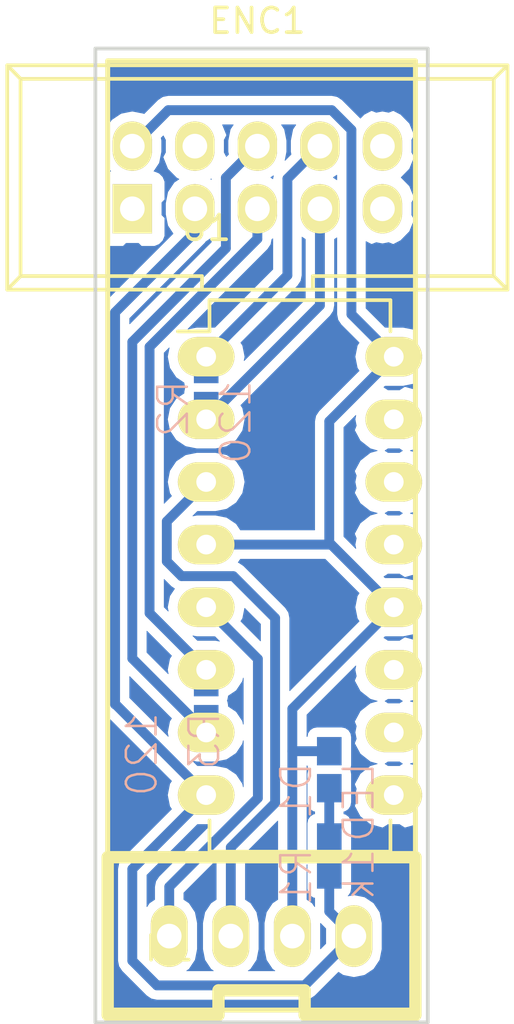
<source format=kicad_pcb>
(kicad_pcb (version 4) (host pcbnew 4.0.6)

  (general
    (links 19)
    (no_connects 0)
    (area -0.575001 -0.575001 13.075001 39.075001)
    (thickness 1.6)
    (drawings 8)
    (tracks 56)
    (zones 0)
    (modules 7)
    (nets 10)
  )

  (page A4)
  (layers
    (0 F.Cu signal)
    (31 B.Cu signal)
    (32 B.Adhes user)
    (33 F.Adhes user)
    (34 B.Paste user)
    (35 F.Paste user)
    (36 B.SilkS user)
    (37 F.SilkS user)
    (38 B.Mask user)
    (39 F.Mask user)
    (40 Dwgs.User user)
    (41 Cmts.User user)
    (42 Eco1.User user)
    (43 Eco2.User user)
    (44 Edge.Cuts user)
    (45 Margin user)
    (46 B.CrtYd user)
    (47 F.CrtYd user)
    (48 B.Fab user)
    (49 F.Fab user)
  )

  (setup
    (last_trace_width 0.4)
    (user_trace_width 0.5)
    (user_trace_width 1)
    (trace_clearance 0.2)
    (zone_clearance 0.38)
    (zone_45_only no)
    (trace_min 0.2)
    (segment_width 0.2)
    (edge_width 0.15)
    (via_size 0.6)
    (via_drill 0.4)
    (via_min_size 0.4)
    (via_min_drill 0.3)
    (user_via 1.2 0.8)
    (user_via 4 3)
    (uvia_size 0.3)
    (uvia_drill 0.1)
    (uvias_allowed no)
    (uvia_min_size 0.2)
    (uvia_min_drill 0.1)
    (pcb_text_width 0.3)
    (pcb_text_size 1.5 1.5)
    (mod_edge_width 0.15)
    (mod_text_size 1 1)
    (mod_text_width 0.15)
    (pad_size 2.3 1.6)
    (pad_drill 0.8)
    (pad_to_mask_clearance 0.2)
    (aux_axis_origin 0 0)
    (visible_elements 7FFFFFFF)
    (pcbplotparams
      (layerselection 0x01000_80000000)
      (usegerberextensions false)
      (excludeedgelayer true)
      (linewidth 0.100000)
      (plotframeref false)
      (viasonmask false)
      (mode 1)
      (useauxorigin false)
      (hpglpennumber 1)
      (hpglpenspeed 20)
      (hpglpendiameter 15)
      (hpglpenoverlay 2)
      (psnegative false)
      (psa4output false)
      (plotreference true)
      (plotvalue true)
      (plotinvisibletext false)
      (padsonsilk false)
      (subtractmaskfromsilk false)
      (outputformat 1)
      (mirror false)
      (drillshape 0)
      (scaleselection 1)
      (outputdirectory ""))
  )

  (net 0 "")
  (net 1 +5V)
  (net 2 "Net-(D1-Pad2)")
  (net 3 GND)
  (net 4 /IN1_AB)
  (net 5 /IN1_AA)
  (net 6 /IN1_BB)
  (net 7 /IN1_BA)
  (net 8 /OUT1_B)
  (net 9 /OUT1_A)

  (net_class Default "これは標準のネット クラスです。"
    (clearance 0.2)
    (trace_width 0.4)
    (via_dia 0.6)
    (via_drill 0.4)
    (uvia_dia 0.3)
    (uvia_drill 0.1)
    (add_net +5V)
    (add_net /IN1_AA)
    (add_net /IN1_AB)
    (add_net /IN1_BA)
    (add_net /IN1_BB)
    (add_net /OUT1_A)
    (add_net /OUT1_B)
    (add_net GND)
    (add_net "Net-(D1-Pad2)")
  )

  (module RP_KiCAD_Connector:XA_4T (layer F.Cu) (tedit 5763BB94) (tstamp 583E7C98)
    (at 2.5 35.5)
    (path /583E8D66)
    (fp_text reference P1 (at 0 0.5) (layer F.SilkS)
      (effects (font (size 1 1) (thickness 0.15)))
    )
    (fp_text value CONN_01X04 (at 0 -0.5) (layer F.Fab)
      (effects (font (size 1 1) (thickness 0.15)))
    )
    (fp_line (start -2.5 3.2) (end 2 3.2) (layer F.SilkS) (width 0.5))
    (fp_line (start 2 3.2) (end 2 2.2) (layer F.SilkS) (width 0.5))
    (fp_line (start 2 2.2) (end 5.5 2.2) (layer F.SilkS) (width 0.5))
    (fp_line (start 5.5 2.2) (end 5.5 3.2) (layer F.SilkS) (width 0.5))
    (fp_line (start 5.5 3.2) (end 10 3.2) (layer F.SilkS) (width 0.5))
    (fp_line (start 10 -3.2) (end -2.5 -3.2) (layer F.SilkS) (width 0.5))
    (fp_line (start 10 3.2) (end 10 -3.2) (layer F.SilkS) (width 0.5))
    (fp_line (start -2.5 -3.2) (end -2.5 3.2) (layer F.SilkS) (width 0.5))
    (pad 4 thru_hole oval (at 0 0) (size 1.5 2.5) (drill 1) (layers *.Cu *.Mask F.SilkS)
      (net 8 /OUT1_B))
    (pad 3 thru_hole oval (at 2.5 0) (size 1.5 2.5) (drill 1) (layers *.Cu *.Mask F.SilkS)
      (net 9 /OUT1_A))
    (pad 2 thru_hole oval (at 5 0) (size 1.5 2.5) (drill 1) (layers *.Cu *.Mask F.SilkS)
      (net 1 +5V))
    (pad 1 thru_hole oval (at 7.5 0) (size 1.5 2.5) (drill 1) (layers *.Cu *.Mask F.SilkS)
      (net 3 GND))
    (model conn_XA/XA_4T.wrl
      (at (xyz 0.15 0 0))
      (scale (xyz 3.95 3.95 3.95))
      (rotate (xyz -90 0 0))
    )
  )

  (module Housings_DIP:DIP-16_W7.62mm_LongPads (layer F.Cu) (tedit 54130A77) (tstamp 583E7CBA)
    (at 4 12)
    (descr "16-lead dip package, row spacing 7.62 mm (300 mils), longer pads")
    (tags "dil dip 2.54 300")
    (path /583E7ABF)
    (fp_text reference U1 (at 0 -5.22) (layer F.SilkS)
      (effects (font (size 1 1) (thickness 0.15)))
    )
    (fp_text value SN75175 (at 0 -3.72) (layer F.Fab)
      (effects (font (size 1 1) (thickness 0.15)))
    )
    (fp_line (start -1.4 -2.45) (end -1.4 20.25) (layer F.CrtYd) (width 0.05))
    (fp_line (start 9 -2.45) (end 9 20.25) (layer F.CrtYd) (width 0.05))
    (fp_line (start -1.4 -2.45) (end 9 -2.45) (layer F.CrtYd) (width 0.05))
    (fp_line (start -1.4 20.25) (end 9 20.25) (layer F.CrtYd) (width 0.05))
    (fp_line (start 0.135 -2.295) (end 0.135 -1.025) (layer F.SilkS) (width 0.15))
    (fp_line (start 7.485 -2.295) (end 7.485 -1.025) (layer F.SilkS) (width 0.15))
    (fp_line (start 7.485 20.075) (end 7.485 18.805) (layer F.SilkS) (width 0.15))
    (fp_line (start 0.135 20.075) (end 0.135 18.805) (layer F.SilkS) (width 0.15))
    (fp_line (start 0.135 -2.295) (end 7.485 -2.295) (layer F.SilkS) (width 0.15))
    (fp_line (start 0.135 20.075) (end 7.485 20.075) (layer F.SilkS) (width 0.15))
    (fp_line (start 0.135 -1.025) (end -1.15 -1.025) (layer F.SilkS) (width 0.15))
    (pad 1 thru_hole oval (at 0 0) (size 2.3 1.6) (drill 0.8) (layers *.Cu *.Mask F.SilkS)
      (net 4 /IN1_AB))
    (pad 2 thru_hole oval (at 0 2.54) (size 2.3 1.6) (drill 0.8) (layers *.Cu *.Mask F.SilkS)
      (net 5 /IN1_AA))
    (pad 3 thru_hole oval (at 0 5.08) (size 2.3 1.6) (drill 0.8) (layers *.Cu *.Mask F.SilkS)
      (net 9 /OUT1_A))
    (pad 4 thru_hole oval (at 0 7.62) (size 2.3 1.6) (drill 0.8) (layers *.Cu *.Mask F.SilkS)
      (net 1 +5V))
    (pad 5 thru_hole oval (at 0 10.16) (size 2.3 1.6) (drill 0.8) (layers *.Cu *.Mask F.SilkS)
      (net 8 /OUT1_B))
    (pad 6 thru_hole oval (at 0 12.7) (size 2.3 1.6) (drill 0.8) (layers *.Cu *.Mask F.SilkS)
      (net 7 /IN1_BA))
    (pad 7 thru_hole oval (at 0 15.24) (size 2.3 1.6) (drill 0.8) (layers *.Cu *.Mask F.SilkS)
      (net 6 /IN1_BB))
    (pad 8 thru_hole oval (at 0 17.78) (size 2.3 1.6) (drill 0.8) (layers *.Cu *.Mask F.SilkS)
      (net 3 GND))
    (pad 9 thru_hole oval (at 7.62 17.78) (size 2.3 1.6) (drill 0.8) (layers *.Cu *.Mask F.SilkS))
    (pad 10 thru_hole oval (at 7.62 15.24) (size 2.3 1.6) (drill 0.8) (layers *.Cu *.Mask F.SilkS))
    (pad 11 thru_hole oval (at 7.62 12.7) (size 2.3 1.6) (drill 0.8) (layers *.Cu *.Mask F.SilkS))
    (pad 12 thru_hole oval (at 7.62 10.16) (size 2.3 1.6) (drill 0.8) (layers *.Cu *.Mask F.SilkS)
      (net 1 +5V))
    (pad 13 thru_hole oval (at 7.62 7.62) (size 2.3 1.6) (drill 0.8) (layers *.Cu *.Mask F.SilkS))
    (pad 14 thru_hole oval (at 7.62 5.08) (size 2.3 1.6) (drill 0.8) (layers *.Cu *.Mask F.SilkS))
    (pad 15 thru_hole oval (at 7.62 2.54) (size 2.3 1.6) (drill 0.8) (layers *.Cu *.Mask F.SilkS))
    (pad 16 thru_hole oval (at 7.62 0) (size 2.3 1.6) (drill 0.8) (layers *.Cu *.Mask F.SilkS)
      (net 1 +5V))
    (model Housings_DIP.3dshapes/DIP-16_W7.62mm_LongPads.wrl
      (at (xyz 0 0 0))
      (scale (xyz 1 1 1))
      (rotate (xyz 0 0 0))
    )
  )

  (module RP_KiCAD_Connector:DEF_ENCODER (layer F.Cu) (tedit 58466FEB) (tstamp 583E7E8A)
    (at 1 6)
    (descr DEF_ENCODER)
    (tags DEF_ENCODER)
    (path /583E8396)
    (fp_text reference ENC1 (at 5.08 -7.62) (layer F.SilkS)
      (effects (font (size 1 1) (thickness 0.15)))
    )
    (fp_text value RS422_ENCODER (at 5.08 5.223) (layer F.Fab)
      (effects (font (size 1 1) (thickness 0.15)))
    )
    (fp_line (start -5.08 -5.82) (end 15.24 -5.82) (layer F.SilkS) (width 0.15))
    (fp_line (start -4.54 -5.27) (end 14.68 -5.27) (layer F.SilkS) (width 0.15))
    (fp_line (start -5.08 3.28) (end 15.24 3.28) (layer F.SilkS) (width 0.15))
    (fp_line (start -4.54 2.73) (end 2.83 2.73) (layer F.SilkS) (width 0.15))
    (fp_line (start 7.33 2.73) (end 14.68 2.73) (layer F.SilkS) (width 0.15))
    (fp_line (start 2.83 2.73) (end 2.83 3.28) (layer F.SilkS) (width 0.15))
    (fp_line (start 7.33 2.73) (end 7.33 3.28) (layer F.SilkS) (width 0.15))
    (fp_line (start -5.08 -5.82) (end -5.08 3.28) (layer F.SilkS) (width 0.15))
    (fp_line (start -4.54 -5.27) (end -4.54 2.73) (layer F.SilkS) (width 0.15))
    (fp_line (start 15.24 -5.82) (end 15.24 3.28) (layer F.SilkS) (width 0.15))
    (fp_line (start 14.68 -5.27) (end 14.68 2.73) (layer F.SilkS) (width 0.15))
    (fp_line (start -5.08 -5.82) (end -4.54 -5.27) (layer F.SilkS) (width 0.15))
    (fp_line (start 15.24 -5.82) (end 14.68 -5.27) (layer F.SilkS) (width 0.15))
    (fp_line (start -5.08 3.28) (end -4.54 2.73) (layer F.SilkS) (width 0.15))
    (fp_line (start 15.24 3.28) (end 14.68 2.73) (layer F.SilkS) (width 0.15))
    (fp_line (start -5.35 -6.05) (end 15.5 -6.05) (layer F.CrtYd) (width 0.05))
    (fp_line (start 15.5 -6.05) (end 15.5 3.55) (layer F.CrtYd) (width 0.05))
    (fp_line (start 15.5 3.55) (end -5.35 3.55) (layer F.CrtYd) (width 0.05))
    (fp_line (start -5.35 3.55) (end -5.35 -6.05) (layer F.CrtYd) (width 0.05))
    (pad 1 thru_hole rect (at 0 0) (size 1.6 2) (drill 1) (layers *.Cu *.Mask F.SilkS))
    (pad 2 thru_hole oval (at 0 -2.54) (size 1.6 2) (drill 1) (layers *.Cu *.Mask F.SilkS)
      (net 1 +5V))
    (pad 3 thru_hole oval (at 2.54 0) (size 1.6 2) (drill 1) (layers *.Cu *.Mask F.SilkS)
      (net 3 GND))
    (pad 4 thru_hole oval (at 2.54 -2.54) (size 1.6 2) (drill 1) (layers *.Cu *.Mask F.SilkS))
    (pad 5 thru_hole oval (at 5.08 0) (size 1.6 2) (drill 1) (layers *.Cu *.Mask F.SilkS)
      (net 7 /IN1_BA))
    (pad 6 thru_hole oval (at 5.08 -2.54) (size 1.6 2) (drill 1) (layers *.Cu *.Mask F.SilkS)
      (net 6 /IN1_BB))
    (pad 7 thru_hole oval (at 7.62 0) (size 1.6 2) (drill 1) (layers *.Cu *.Mask F.SilkS)
      (net 5 /IN1_AA))
    (pad 8 thru_hole oval (at 7.62 -2.54) (size 1.6 2) (drill 1) (layers *.Cu *.Mask F.SilkS)
      (net 4 /IN1_AB))
    (pad 9 thru_hole oval (at 10.16 0) (size 1.6 2) (drill 1) (layers *.Cu *.Mask F.SilkS))
    (pad 10 thru_hole oval (at 10.16 -2.54) (size 1.6 2) (drill 1) (layers *.Cu *.Mask F.SilkS))
  )

  (module RP_KiCAD_Libs:C1608_NP (layer B.Cu) (tedit 58C9EFDC) (tstamp 58E199F0)
    (at 9 29 270)
    (descr <b>CAPACITOR</b>)
    (path /583E8E79)
    (fp_text reference D1 (at -0.635 0.635 270) (layer B.SilkS)
      (effects (font (size 1.2065 1.2065) (thickness 0.1016)) (justify left bottom mirror))
    )
    (fp_text value LED (at -0.635 -1.905 270) (layer B.SilkS)
      (effects (font (size 1.2065 1.2065) (thickness 0.1016)) (justify left bottom mirror))
    )
    (fp_line (start -0.356 0.432) (end 0.356 0.432) (layer Dwgs.User) (width 0.1016))
    (fp_line (start -0.356 -0.419) (end 0.356 -0.419) (layer Dwgs.User) (width 0.1016))
    (fp_poly (pts (xy -0.8382 -0.4699) (xy -0.3381 -0.4699) (xy -0.3381 0.4801) (xy -0.8382 0.4801)) (layer Dwgs.User) (width 0))
    (fp_poly (pts (xy 0.3302 -0.4699) (xy 0.8303 -0.4699) (xy 0.8303 0.4801) (xy 0.3302 0.4801)) (layer Dwgs.User) (width 0))
    (fp_poly (pts (xy -0.1999 -0.3) (xy 0.1999 -0.3) (xy 0.1999 0.3) (xy -0.1999 0.3)) (layer B.Adhes) (width 0))
    (pad 1 smd rect (at -1 0 270) (size 1.15 1) (layers B.Cu B.Paste B.Mask)
      (net 1 +5V))
    (pad 2 smd rect (at 0.5 0 270) (size 1.15 1) (layers B.Cu B.Paste B.Mask)
      (net 2 "Net-(D1-Pad2)"))
    (model Resistors_SMD.3dshapes/R_0603.wrl
      (at (xyz 0 0 0))
      (scale (xyz 1 1 1))
      (rotate (xyz 0 0 0))
    )
  )

  (module RP_KiCAD_Libs:C1608_NP (layer B.Cu) (tedit 58C9EFDC) (tstamp 58E199F5)
    (at 9 32.5 270)
    (descr <b>CAPACITOR</b>)
    (path /583E8E9A)
    (fp_text reference R1 (at -0.635 0.635 270) (layer B.SilkS)
      (effects (font (size 1.2065 1.2065) (thickness 0.1016)) (justify left bottom mirror))
    )
    (fp_text value 1k (at -0.635 -1.905 270) (layer B.SilkS)
      (effects (font (size 1.2065 1.2065) (thickness 0.1016)) (justify left bottom mirror))
    )
    (fp_line (start -0.356 0.432) (end 0.356 0.432) (layer Dwgs.User) (width 0.1016))
    (fp_line (start -0.356 -0.419) (end 0.356 -0.419) (layer Dwgs.User) (width 0.1016))
    (fp_poly (pts (xy -0.8382 -0.4699) (xy -0.3381 -0.4699) (xy -0.3381 0.4801) (xy -0.8382 0.4801)) (layer Dwgs.User) (width 0))
    (fp_poly (pts (xy 0.3302 -0.4699) (xy 0.8303 -0.4699) (xy 0.8303 0.4801) (xy 0.3302 0.4801)) (layer Dwgs.User) (width 0))
    (fp_poly (pts (xy -0.1999 -0.3) (xy 0.1999 -0.3) (xy 0.1999 0.3) (xy -0.1999 0.3)) (layer B.Adhes) (width 0))
    (pad 1 smd rect (at -1 0 270) (size 1.15 1) (layers B.Cu B.Paste B.Mask)
      (net 2 "Net-(D1-Pad2)"))
    (pad 2 smd rect (at 0.5 0 270) (size 1.15 1) (layers B.Cu B.Paste B.Mask)
      (net 3 GND))
    (model Resistors_SMD.3dshapes/R_0603.wrl
      (at (xyz 0 0 0))
      (scale (xyz 1 1 1))
      (rotate (xyz 0 0 0))
    )
  )

  (module RP_KiCAD_Libs:C1608_NP (layer B.Cu) (tedit 58C9EFDC) (tstamp 58E199FA)
    (at 4 13.5 270)
    (descr <b>CAPACITOR</b>)
    (path /583F8365)
    (fp_text reference R2 (at -0.635 0.635 270) (layer B.SilkS)
      (effects (font (size 1.2065 1.2065) (thickness 0.1016)) (justify left bottom mirror))
    )
    (fp_text value 120 (at -0.635 -1.905 270) (layer B.SilkS)
      (effects (font (size 1.2065 1.2065) (thickness 0.1016)) (justify left bottom mirror))
    )
    (fp_line (start -0.356 0.432) (end 0.356 0.432) (layer Dwgs.User) (width 0.1016))
    (fp_line (start -0.356 -0.419) (end 0.356 -0.419) (layer Dwgs.User) (width 0.1016))
    (fp_poly (pts (xy -0.8382 -0.4699) (xy -0.3381 -0.4699) (xy -0.3381 0.4801) (xy -0.8382 0.4801)) (layer Dwgs.User) (width 0))
    (fp_poly (pts (xy 0.3302 -0.4699) (xy 0.8303 -0.4699) (xy 0.8303 0.4801) (xy 0.3302 0.4801)) (layer Dwgs.User) (width 0))
    (fp_poly (pts (xy -0.1999 -0.3) (xy 0.1999 -0.3) (xy 0.1999 0.3) (xy -0.1999 0.3)) (layer B.Adhes) (width 0))
    (pad 1 smd rect (at -1 0 270) (size 1.15 1) (layers B.Cu B.Paste B.Mask)
      (net 4 /IN1_AB))
    (pad 2 smd rect (at 0.5 0 270) (size 1.15 1) (layers B.Cu B.Paste B.Mask)
      (net 5 /IN1_AA))
    (model Resistors_SMD.3dshapes/R_0603.wrl
      (at (xyz 0 0 0))
      (scale (xyz 1 1 1))
      (rotate (xyz 0 0 0))
    )
  )

  (module RP_KiCAD_Libs:C1608_NP (layer B.Cu) (tedit 58C9EFDC) (tstamp 58E199FF)
    (at 4 25.7 90)
    (descr <b>CAPACITOR</b>)
    (path /583F83AD)
    (fp_text reference R3 (at -0.635 0.635 90) (layer B.SilkS)
      (effects (font (size 1.2065 1.2065) (thickness 0.1016)) (justify left bottom mirror))
    )
    (fp_text value 120 (at -0.635 -1.905 90) (layer B.SilkS)
      (effects (font (size 1.2065 1.2065) (thickness 0.1016)) (justify left bottom mirror))
    )
    (fp_line (start -0.356 0.432) (end 0.356 0.432) (layer Dwgs.User) (width 0.1016))
    (fp_line (start -0.356 -0.419) (end 0.356 -0.419) (layer Dwgs.User) (width 0.1016))
    (fp_poly (pts (xy -0.8382 -0.4699) (xy -0.3381 -0.4699) (xy -0.3381 0.4801) (xy -0.8382 0.4801)) (layer Dwgs.User) (width 0))
    (fp_poly (pts (xy 0.3302 -0.4699) (xy 0.8303 -0.4699) (xy 0.8303 0.4801) (xy 0.3302 0.4801)) (layer Dwgs.User) (width 0))
    (fp_poly (pts (xy -0.1999 -0.3) (xy 0.1999 -0.3) (xy 0.1999 0.3) (xy -0.1999 0.3)) (layer B.Adhes) (width 0))
    (pad 1 smd rect (at -1 0 90) (size 1.15 1) (layers B.Cu B.Paste B.Mask)
      (net 6 /IN1_BB))
    (pad 2 smd rect (at 0.5 0 90) (size 1.15 1) (layers B.Cu B.Paste B.Mask)
      (net 7 /IN1_BA))
    (model Resistors_SMD.3dshapes/R_0603.wrl
      (at (xyz 0 0 0))
      (scale (xyz 1 1 1))
      (rotate (xyz 0 0 0))
    )
  )

  (gr_line (start -0.5 -0.5) (end -0.5 39) (angle 90) (layer Edge.Cuts) (width 0.15))
  (gr_line (start 13 39) (end 13 -0.5) (angle 90) (layer Edge.Cuts) (width 0.15))
  (gr_line (start -0.5 39) (end 13 39) (angle 90) (layer Edge.Cuts) (width 0.15))
  (gr_line (start 0 0) (end 0 38.5) (angle 90) (layer F.SilkS) (width 0.2))
  (gr_line (start 12.5 38.5) (end 12.5 0) (angle 90) (layer F.SilkS) (width 0.2))
  (gr_line (start 12.5 38.5) (end 0 38.5) (angle 90) (layer F.SilkS) (width 0.2))
  (gr_line (start 13 -0.5) (end -0.5 -0.5) (angle 90) (layer Edge.Cuts) (width 0.15))
  (gr_line (start 12.5 0) (end 0 0) (angle 90) (layer F.SilkS) (width 0.2))

  (segment (start 9 28) (end 7.5 28) (width 0.4) (layer B.Cu) (net 1) (status 400000))
  (segment (start 7.5 32.3) (end 7.6 32.3) (width 0.4) (layer B.Cu) (net 1) (tstamp 58E19ADB))
  (segment (start 7.6 32.3) (end 7.5 32.3) (width 0.4) (layer B.Cu) (net 1) (tstamp 58E19ADD))
  (segment (start 7.5 35.5) (end 7.5 32.3) (width 0.4) (layer B.Cu) (net 1))
  (segment (start 7.5 32.3) (end 7.5 28) (width 0.4) (layer B.Cu) (net 1) (tstamp 58E19ADE))
  (segment (start 7.5 28) (end 7.5 26.28) (width 0.4) (layer B.Cu) (net 1) (tstamp 58E19B32))
  (segment (start 7.5 26.28) (end 11.62 22.16) (width 0.4) (layer B.Cu) (net 1) (tstamp 58E19AD7))
  (segment (start 1 3.46) (end 2.46 2) (width 0.4) (layer B.Cu) (net 1))
  (segment (start 9.9 10.28) (end 11.62 12) (width 0.4) (layer B.Cu) (net 1) (tstamp 58E19A3E))
  (segment (start 9.9 2.8) (end 9.9 10.28) (width 0.4) (layer B.Cu) (net 1) (tstamp 58E19A3D))
  (segment (start 9.1 2) (end 9.9 2.8) (width 0.4) (layer B.Cu) (net 1) (tstamp 58E19A3C))
  (segment (start 2.46 2) (end 9.1 2) (width 0.4) (layer B.Cu) (net 1) (tstamp 58E19A3B))
  (segment (start 9 19.62) (end 9 14.62) (width 0.4) (layer B.Cu) (net 1))
  (segment (start 9 14.62) (end 11.62 12) (width 0.4) (layer B.Cu) (net 1) (tstamp 58E19991))
  (segment (start 4 19.62) (end 9 19.62) (width 0.4) (layer B.Cu) (net 1))
  (segment (start 9 19.62) (end 9.08 19.62) (width 0.4) (layer B.Cu) (net 1) (tstamp 58E1998F))
  (segment (start 9.08 19.62) (end 11.62 22.16) (width 0.4) (layer B.Cu) (net 1) (tstamp 58E1998B))
  (segment (start 9 29.5) (end 9 31.5) (width 0.4) (layer B.Cu) (net 2) (status C00000))
  (segment (start 10 35.5) (end 8 37.5) (width 0.4) (layer B.Cu) (net 3) (status 400000))
  (segment (start 1 32.78) (end 4 29.78) (width 0.4) (layer B.Cu) (net 3) (tstamp 58E19B38) (status 800000))
  (segment (start 1 36.5) (end 1 32.78) (width 0.4) (layer B.Cu) (net 3) (tstamp 58E19B37))
  (segment (start 2 37.5) (end 1 36.5) (width 0.4) (layer B.Cu) (net 3) (tstamp 58E19B36))
  (segment (start 8 37.5) (end 2 37.5) (width 0.4) (layer B.Cu) (net 3) (tstamp 58E19B34))
  (segment (start 9 33) (end 9 34.5) (width 0.4) (layer B.Cu) (net 3) (status 400000))
  (segment (start 9 34.5) (end 10 35.5) (width 0.4) (layer B.Cu) (net 3) (tstamp 58E19B2D) (status 800000))
  (segment (start 4 29.78) (end 0.3 26.08) (width 0.4) (layer B.Cu) (net 3))
  (segment (start 0.3 10.2) (end 0.3 26.1) (width 0.4) (layer B.Cu) (net 3) (tstamp 58E1989F))
  (segment (start 3.54 6.96) (end 0.3 10.2) (width 0.4) (layer B.Cu) (net 3) (tstamp 58E1989E))
  (segment (start 0.3 26.08) (end 0.3 26.1) (width 0.4) (layer B.Cu) (net 3) (tstamp 58E199AE))
  (segment (start 3.54 6) (end 3.54 6.96) (width 0.4) (layer B.Cu) (net 3))
  (segment (start 8.62 3.46) (end 7.3 4.78) (width 0.4) (layer B.Cu) (net 4))
  (segment (start 7.3 8.7) (end 4 12) (width 0.4) (layer B.Cu) (net 4) (tstamp 58E19962))
  (segment (start 7.3 4.78) (end 7.3 8.7) (width 0.4) (layer B.Cu) (net 4) (tstamp 58E19961))
  (segment (start 8.62 6) (end 8.62 9.92) (width 0.4) (layer B.Cu) (net 5))
  (segment (start 8.62 9.92) (end 4 14.54) (width 0.4) (layer B.Cu) (net 5) (tstamp 58E19953))
  (segment (start 4 27.24) (end 1 24.24) (width 0.4) (layer B.Cu) (net 6))
  (segment (start 4.8 4.74) (end 6.08 3.46) (width 0.4) (layer B.Cu) (net 6) (tstamp 58E19988))
  (segment (start 4.8 7.6) (end 4.8 4.74) (width 0.4) (layer B.Cu) (net 6) (tstamp 58E19986))
  (segment (start 1 11.4) (end 4.8 7.6) (width 0.4) (layer B.Cu) (net 6) (tstamp 58E19984))
  (segment (start 1 24.24) (end 1 11.4) (width 0.4) (layer B.Cu) (net 6) (tstamp 58E19982))
  (segment (start 6.08 6) (end 6.08 7.22) (width 0.4) (layer B.Cu) (net 7))
  (segment (start 1.7 22.4) (end 4 24.7) (width 0.4) (layer B.Cu) (net 7) (tstamp 58E19969))
  (segment (start 1.7 11.6) (end 1.7 22.4) (width 0.4) (layer B.Cu) (net 7) (tstamp 58E19967))
  (segment (start 6.08 7.22) (end 1.7 11.6) (width 0.4) (layer B.Cu) (net 7) (tstamp 58E19966))
  (segment (start 4 22.16) (end 6.1 24.26) (width 0.4) (layer B.Cu) (net 8))
  (segment (start 2.5 33.5) (end 2.5 35.5) (width 0.4) (layer B.Cu) (net 8) (tstamp 58E19ABA))
  (segment (start 6.1 29.9) (end 2.5 33.5) (width 0.4) (layer B.Cu) (net 8) (tstamp 58E19AB8))
  (segment (start 6.1 24.26) (end 6.1 29.9) (width 0.4) (layer B.Cu) (net 8) (tstamp 58E19AB6))
  (segment (start 5 35.5) (end 5 31.9) (width 0.4) (layer B.Cu) (net 9))
  (segment (start 2.4 18.68) (end 4 17.08) (width 0.4) (layer B.Cu) (net 9) (tstamp 58E19AB2))
  (segment (start 2.4 20.3) (end 2.4 18.68) (width 0.4) (layer B.Cu) (net 9) (tstamp 58E19AB1))
  (segment (start 3 20.9) (end 2.4 20.3) (width 0.4) (layer B.Cu) (net 9) (tstamp 58E19AB0))
  (segment (start 5.1 20.9) (end 3 20.9) (width 0.4) (layer B.Cu) (net 9) (tstamp 58E19AAF))
  (segment (start 6.8 22.6) (end 5.1 20.9) (width 0.4) (layer B.Cu) (net 9) (tstamp 58E19AAE))
  (segment (start 6.8 30.1) (end 6.8 22.6) (width 0.4) (layer B.Cu) (net 9) (tstamp 58E19AAC))
  (segment (start 5 31.9) (end 6.8 30.1) (width 0.4) (layer B.Cu) (net 9) (tstamp 58E19AAA))

  (zone (net 0) (net_name "") (layer B.Cu) (tstamp 58E19A4E) (hatch edge 0.508)
    (connect_pads (clearance 0.38))
    (min_thickness 0.026)
    (fill yes (arc_segments 16) (thermal_gap 0.508) (thermal_bridge_width 0.508))
    (polygon
      (pts
        (xy 13 39) (xy -0.5 39) (xy -0.5 -0.5) (xy 13 -0.5)
      )
    )
    (filled_polygon
      (pts
        (xy 10.046771 24.7) (xy 10.097786 24.95647) (xy 10.024861 25.141215) (xy 10.257351 25.570464) (xy 10.667546 25.891728)
        (xy 10.948492 25.97) (xy 10.667546 26.048272) (xy 10.257351 26.369536) (xy 10.024861 26.798785) (xy 10.097786 26.98353)
        (xy 10.046771 27.24) (xy 10.097786 27.49647) (xy 10.024861 27.681215) (xy 10.257351 28.110464) (xy 10.667546 28.431728)
        (xy 10.948492 28.51) (xy 10.667546 28.588272) (xy 10.257351 28.909536) (xy 10.024861 29.338785) (xy 10.097786 29.52353)
        (xy 10.046771 29.78) (xy 10.097786 30.03647) (xy 10.024861 30.221215) (xy 10.257351 30.650464) (xy 10.667546 30.971728)
        (xy 11.16946 31.111562) (xy 11.379 30.980646) (xy 11.379 30.973) (xy 11.861 30.973) (xy 11.861 30.980646)
        (xy 12.07054 31.111562) (xy 12.532 30.982999) (xy 12.532 38.532) (xy -0.032 38.532) (xy -0.032 26.586628)
        (xy 2.592584 29.211212) (xy 2.517583 29.323459) (xy 2.426771 29.78) (xy 2.517583 30.236541) (xy 2.592584 30.348788)
        (xy 0.580686 32.360686) (xy 0.452139 32.553068) (xy 0.452139 32.553069) (xy 0.407 32.78) (xy 0.407 36.5)
        (xy 0.452139 36.726932) (xy 0.580686 36.919314) (xy 1.580686 37.919315) (xy 1.773069 38.047861) (xy 2 38.093)
        (xy 8 38.093) (xy 8.226932 38.047861) (xy 8.419314 37.919314) (xy 9.375474 36.963154) (xy 9.562593 37.088182)
        (xy 10 37.175188) (xy 10.437407 37.088182) (xy 10.808223 36.840411) (xy 11.055994 36.469595) (xy 11.143 36.032188)
        (xy 11.143 34.967812) (xy 11.055994 34.530405) (xy 10.808223 34.159589) (xy 10.437407 33.911818) (xy 10 33.824812)
        (xy 9.764845 33.871587) (xy 9.779396 33.862224) (xy 9.86913 33.730894) (xy 9.900699 33.575) (xy 9.900699 32.425)
        (xy 9.873296 32.279363) (xy 9.855213 32.251262) (xy 9.86913 32.230894) (xy 9.900699 32.075) (xy 9.900699 30.925)
        (xy 9.873296 30.779363) (xy 9.787224 30.645604) (xy 9.655894 30.55587) (xy 9.593 30.543134) (xy 9.593 30.4582)
        (xy 9.645637 30.448296) (xy 9.779396 30.362224) (xy 9.86913 30.230894) (xy 9.900699 30.075) (xy 9.900699 28.925)
        (xy 9.873296 28.779363) (xy 9.855213 28.751262) (xy 9.86913 28.730894) (xy 9.900699 28.575) (xy 9.900699 27.425)
        (xy 9.873296 27.279363) (xy 9.787224 27.145604) (xy 9.655894 27.05587) (xy 9.5 27.024301) (xy 8.5 27.024301)
        (xy 8.354363 27.051704) (xy 8.220604 27.137776) (xy 8.13087 27.269106) (xy 8.102946 27.407) (xy 8.093 27.407)
        (xy 8.093 26.525628) (xy 10.078589 24.540039)
      )
    )
    (filled_polygon
      (pts
        (xy 4.407 34.015782) (xy 4.191777 34.159589) (xy 3.944006 34.530405) (xy 3.857 34.967812) (xy 3.857 36.032188)
        (xy 3.944006 36.469595) (xy 4.191777 36.840411) (xy 4.291435 36.907) (xy 3.208565 36.907) (xy 3.308223 36.840411)
        (xy 3.555994 36.469595) (xy 3.643 36.032188) (xy 3.643 34.967812) (xy 3.555994 34.530405) (xy 3.308223 34.159589)
        (xy 3.093 34.015782) (xy 3.093 33.745628) (xy 4.407 32.431628)
      )
    )
    (filled_polygon
      (pts
        (xy 6.907 34.015782) (xy 6.691777 34.159589) (xy 6.444006 34.530405) (xy 6.357 34.967812) (xy 6.357 36.032188)
        (xy 6.444006 36.469595) (xy 6.691777 36.840411) (xy 6.791435 36.907) (xy 5.708565 36.907) (xy 5.808223 36.840411)
        (xy 6.055994 36.469595) (xy 6.143 36.032188) (xy 6.143 34.967812) (xy 6.055994 34.530405) (xy 5.808223 34.159589)
        (xy 5.593 34.015782) (xy 5.593 32.145628) (xy 6.907 30.831629)
      )
    )
    (filled_polygon
      (pts
        (xy 8.857 35.195628) (xy 8.857 35.804372) (xy 8.643 36.018372) (xy 8.643 34.981628)
      )
    )
    (filled_polygon
      (pts
        (xy 2.080686 33.080686) (xy 1.952139 33.273068) (xy 1.952139 33.273069) (xy 1.907 33.5) (xy 1.907 34.015782)
        (xy 1.691777 34.159589) (xy 1.593 34.307419) (xy 1.593 33.025628) (xy 3.645629 30.973) (xy 4.188372 30.973)
      )
    )
    (filled_polygon
      (pts
        (xy 8.099301 33.575) (xy 8.126704 33.720637) (xy 8.212776 33.854396) (xy 8.344106 33.94413) (xy 8.407 33.956866)
        (xy 8.407 34.307419) (xy 8.308223 34.159589) (xy 8.093 34.015782) (xy 8.093 32.609036) (xy 8.099301 32.599606)
      )
    )
    (filled_polygon
      (pts
        (xy 8.126704 28.720637) (xy 8.144787 28.748738) (xy 8.13087 28.769106) (xy 8.099301 28.925) (xy 8.099301 30.075)
        (xy 8.126704 30.220637) (xy 8.212776 30.354396) (xy 8.344106 30.44413) (xy 8.407 30.456866) (xy 8.407 30.5418)
        (xy 8.354363 30.551704) (xy 8.220604 30.637776) (xy 8.13087 30.769106) (xy 8.099301 30.925) (xy 8.099301 32.000394)
        (xy 8.093 31.990964) (xy 8.093 28.593) (xy 8.102688 28.593)
      )
    )
    (filled_polygon
      (pts
        (xy 5.507 29.447046) (xy 5.482417 29.323459) (xy 5.223807 28.936422) (xy 4.83677 28.677812) (xy 4.380229 28.587)
        (xy 3.645628 28.587) (xy 3.45981 28.401182) (xy 3.619771 28.433) (xy 4.380229 28.433) (xy 4.83677 28.342188)
        (xy 5.223807 28.083578) (xy 5.482417 27.696541) (xy 5.507 27.572954)
      )
    )
    (filled_polygon
      (pts
        (xy 11.861 28.440646) (xy 11.972006 28.51) (xy 11.861 28.579354) (xy 11.861 28.587) (xy 11.379 28.587)
        (xy 11.379 28.579354) (xy 11.267994 28.51) (xy 11.379 28.440646) (xy 11.379 28.433) (xy 11.861 28.433)
      )
    )
    (filled_polygon
      (pts
        (xy 12.532 28.577001) (xy 12.291508 28.51) (xy 12.532 28.442999)
      )
    )
    (filled_polygon
      (pts
        (xy 2.592584 26.671212) (xy 2.517583 26.783459) (xy 2.426771 27.24) (xy 2.458589 27.399961) (xy 0.893 25.834372)
        (xy 0.893 24.971628)
      )
    )
    (filled_polygon
      (pts
        (xy 5.507 26.907046) (xy 5.482417 26.783459) (xy 5.223807 26.396422) (xy 4.900699 26.180528) (xy 4.900699 26.125)
        (xy 4.873296 25.979363) (xy 4.855213 25.951262) (xy 4.86913 25.930894) (xy 4.900699 25.775) (xy 4.900699 25.759472)
        (xy 5.223807 25.543578) (xy 5.482417 25.156541) (xy 5.507 25.032954)
      )
    )
    (filled_polygon
      (pts
        (xy 11.861 25.900646) (xy 11.972006 25.97) (xy 11.861 26.039354) (xy 11.861 26.047) (xy 11.379 26.047)
        (xy 11.379 26.039354) (xy 11.267994 25.97) (xy 11.379 25.900646) (xy 11.379 25.893) (xy 11.861 25.893)
      )
    )
    (filled_polygon
      (pts
        (xy 12.532 26.037001) (xy 12.291508 25.97) (xy 12.532 25.902999)
      )
    )
    (filled_polygon
      (pts
        (xy 10.212584 21.591212) (xy 10.137583 21.703459) (xy 10.046771 22.16) (xy 10.137583 22.616541) (xy 10.212584 22.728788)
        (xy 7.393 25.548372) (xy 7.393 22.6) (xy 7.353218 22.4) (xy 7.347861 22.373068) (xy 7.219314 22.180686)
        (xy 5.519314 20.480686) (xy 5.326932 20.352139) (xy 5.301631 20.347106) (xy 5.391238 20.213) (xy 8.834372 20.213)
      )
    )
    (filled_polygon
      (pts
        (xy 2.592584 24.131212) (xy 2.517583 24.243459) (xy 2.426771 24.7) (xy 2.458589 24.859961) (xy 1.593 23.994372)
        (xy 1.593 23.131628)
      )
    )
    (filled_polygon
      (pts
        (xy 3.619771 23.353) (xy 4.354372 23.353) (xy 4.54019 23.538818) (xy 4.380229 23.507) (xy 3.645628 23.507)
        (xy 3.45981 23.321182)
      )
    )
    (filled_polygon
      (pts
        (xy 6.207 22.845628) (xy 6.207 23.528371) (xy 5.407416 22.728788) (xy 5.482417 22.616541) (xy 5.564625 22.203253)
      )
    )
    (filled_polygon
      (pts
        (xy 12.532 23.497001) (xy 12.07054 23.368438) (xy 11.861 23.499354) (xy 11.861 23.507) (xy 11.379 23.507)
        (xy 11.379 23.499354) (xy 11.219147 23.399481) (xy 11.265628 23.353) (xy 12.000229 23.353) (xy 12.45677 23.262188)
        (xy 12.532 23.211921)
      )
    )
    (filled_polygon
      (pts
        (xy 2.580686 21.319314) (xy 2.714512 21.408735) (xy 2.517583 21.703459) (xy 2.426771 22.16) (xy 2.458589 22.319961)
        (xy 2.293 22.154372) (xy 2.293 21.031628)
      )
    )
    (filled_polygon
      (pts
        (xy 11.861 20.820646) (xy 12.07054 20.951562) (xy 12.532 20.822999) (xy 12.532 21.108079) (xy 12.45677 21.057812)
        (xy 12.000229 20.967) (xy 11.265629 20.967) (xy 11.219147 20.920519) (xy 11.379 20.820646) (xy 11.379 20.813)
        (xy 11.861 20.813)
      )
    )
    (filled_polygon
      (pts
        (xy 10.046771 14.54) (xy 10.097786 14.79647) (xy 10.024861 14.981215) (xy 10.257351 15.410464) (xy 10.667546 15.731728)
        (xy 10.948492 15.81) (xy 10.667546 15.888272) (xy 10.257351 16.209536) (xy 10.024861 16.638785) (xy 10.097786 16.82353)
        (xy 10.046771 17.08) (xy 10.097786 17.33647) (xy 10.024861 17.521215) (xy 10.257351 17.950464) (xy 10.667546 18.271728)
        (xy 10.948492 18.35) (xy 10.667546 18.428272) (xy 10.257351 18.749536) (xy 10.024861 19.178785) (xy 10.097786 19.36353)
        (xy 10.046771 19.62) (xy 10.078589 19.779961) (xy 9.593 19.294372) (xy 9.593 14.865628) (xy 10.078589 14.380039)
      )
    )
    (filled_polygon
      (pts
        (xy 9.307 10.28) (xy 9.352139 10.506932) (xy 9.480686 10.699314) (xy 10.212584 11.431212) (xy 10.137583 11.543459)
        (xy 10.046771 12) (xy 10.137583 12.456541) (xy 10.212584 12.568788) (xy 8.580686 14.200686) (xy 8.452139 14.393068)
        (xy 8.452139 14.393069) (xy 8.407 14.62) (xy 8.407 19.027) (xy 5.391238 19.027) (xy 5.223807 18.776422)
        (xy 4.83677 18.517812) (xy 4.380229 18.427) (xy 3.619771 18.427) (xy 3.45981 18.458818) (xy 3.645629 18.273)
        (xy 4.380229 18.273) (xy 4.83677 18.182188) (xy 5.223807 17.923578) (xy 5.482417 17.536541) (xy 5.573229 17.08)
        (xy 5.482417 16.623459) (xy 5.223807 16.236422) (xy 4.83677 15.977812) (xy 4.380229 15.887) (xy 3.619771 15.887)
        (xy 3.16323 15.977812) (xy 2.776193 16.236422) (xy 2.517583 16.623459) (xy 2.426771 17.08) (xy 2.517583 17.536541)
        (xy 2.592584 17.648788) (xy 2.293 17.948372) (xy 2.293 11.845628) (xy 2.498318 11.64031) (xy 2.426771 12)
        (xy 2.517583 12.456541) (xy 2.776193 12.843578) (xy 3.099301 13.059472) (xy 3.099301 13.075) (xy 3.126704 13.220637)
        (xy 3.144787 13.248738) (xy 3.13087 13.269106) (xy 3.099301 13.425) (xy 3.099301 13.480528) (xy 2.776193 13.696422)
        (xy 2.517583 14.083459) (xy 2.426771 14.54) (xy 2.517583 14.996541) (xy 2.776193 15.383578) (xy 3.16323 15.642188)
        (xy 3.619771 15.733) (xy 4.380229 15.733) (xy 4.83677 15.642188) (xy 5.223807 15.383578) (xy 5.482417 14.996541)
        (xy 5.573229 14.54) (xy 5.482417 14.083459) (xy 5.407416 13.971212) (xy 9.039315 10.339314) (xy 9.167861 10.146932)
        (xy 9.213 9.92) (xy 9.213 7.238299) (xy 9.307 7.17549)
      )
    )
    (filled_polygon
      (pts
        (xy 11.861 18.280646) (xy 11.972006 18.35) (xy 11.861 18.419354) (xy 11.861 18.427) (xy 11.379 18.427)
        (xy 11.379 18.419354) (xy 11.267994 18.35) (xy 11.379 18.280646) (xy 11.379 18.273) (xy 11.861 18.273)
      )
    )
    (filled_polygon
      (pts
        (xy 12.532 18.417001) (xy 12.291508 18.35) (xy 12.532 18.282999)
      )
    )
    (filled_polygon
      (pts
        (xy 11.861 15.740646) (xy 11.972006 15.81) (xy 11.861 15.879354) (xy 11.861 15.887) (xy 11.379 15.887)
        (xy 11.379 15.879354) (xy 11.267994 15.81) (xy 11.379 15.740646) (xy 11.379 15.733) (xy 11.861 15.733)
      )
    )
    (filled_polygon
      (pts
        (xy 12.532 15.877001) (xy 12.291508 15.81) (xy 12.532 15.742999)
      )
    )
    (filled_polygon
      (pts
        (xy 12.532 13.337001) (xy 12.07054 13.208438) (xy 11.861 13.339354) (xy 11.861 13.347) (xy 11.379 13.347)
        (xy 11.379 13.339354) (xy 11.219147 13.239481) (xy 11.265629 13.193) (xy 12.000229 13.193) (xy 12.45677 13.102188)
        (xy 12.532 13.051921)
      )
    )
    (filled_polygon
      (pts
        (xy 8.027 7.238299) (xy 8.027 9.674371) (xy 5.541411 12.159961) (xy 5.573229 12) (xy 5.482417 11.543459)
        (xy 5.407416 11.431212) (xy 7.719314 9.119314) (xy 7.847861 8.926932) (xy 7.893 8.7) (xy 7.893 7.148763)
      )
    )
    (filled_polygon
      (pts
        (xy 12.532 10.948079) (xy 12.45677 10.897812) (xy 12.000229 10.807) (xy 11.265629 10.807) (xy 10.493 10.034372)
        (xy 10.493 7.328169) (xy 10.718785 7.445139) (xy 10.90848 7.370259) (xy 11.16 7.42029) (xy 11.41152 7.370259)
        (xy 11.601215 7.445139) (xy 11.901095 7.289784) (xy 12.261725 6.923224) (xy 12.454627 6.44656) (xy 12.349374 6.245519)
        (xy 12.353 6.22729) (xy 12.353 5.77271) (xy 12.349374 5.754481) (xy 12.454627 5.55344) (xy 12.261725 5.076776)
        (xy 11.920559 4.73) (xy 12.261725 4.383224) (xy 12.454627 3.90656) (xy 12.349374 3.705519) (xy 12.353 3.68729)
        (xy 12.353 3.23271) (xy 12.349374 3.214481) (xy 12.454627 3.01344) (xy 12.261725 2.536776) (xy 11.901095 2.170216)
        (xy 11.601215 2.014861) (xy 11.41152 2.089741) (xy 11.16 2.03971) (xy 10.90848 2.089741) (xy 10.718785 2.014861)
        (xy 10.418905 2.170216) (xy 10.265139 2.326511) (xy 9.519314 1.580686) (xy 9.326932 1.452139) (xy 9.1 1.407)
        (xy 2.46 1.407) (xy 2.233068 1.452139) (xy 2.040686 1.580686) (xy 1.477108 2.144264) (xy 1.456541 2.130522)
        (xy 1 2.03971) (xy 0.543459 2.130522) (xy 0.156422 2.389132) (xy -0.032 2.671125) (xy -0.032 -0.032)
        (xy 12.532 -0.032)
      )
    )
    (filled_polygon
      (pts
        (xy 6.707 8.454372) (xy 4.354372 10.807) (xy 3.619771 10.807) (xy 3.260081 10.878547) (xy 6.499314 7.639315)
        (xy 6.62786 7.446932) (xy 6.627861 7.446931) (xy 6.668802 7.241104) (xy 6.707 7.215581)
      )
    )
    (filled_polygon
      (pts
        (xy 4.207 7.354371) (xy 0.893 10.668372) (xy 0.893 10.445628) (xy 3.959314 7.379314) (xy 3.992012 7.330379)
        (xy 3.996541 7.329478) (xy 4.207 7.188854)
      )
    )
    (filled_polygon
      (pts
        (xy 2.350626 3.214481) (xy 2.347 3.23271) (xy 2.347 3.68729) (xy 2.350626 3.705519) (xy 2.245373 3.90656)
        (xy 2.438275 4.383224) (xy 2.798905 4.749784) (xy 2.89237 4.798204) (xy 2.696422 4.929132) (xy 2.437812 5.316169)
        (xy 2.347 5.77271) (xy 2.347 6.22729) (xy 2.437812 6.683831) (xy 2.653997 7.007375) (xy -0.032 9.693372)
        (xy -0.032 7.467829) (xy 0.096367 7.521) (xy 0.62875 7.521) (xy 0.749051 7.400699) (xy 1.250949 7.400699)
        (xy 1.37125 7.521) (xy 1.903633 7.521) (xy 2.095122 7.441683) (xy 2.241682 7.295123) (xy 2.321 7.103634)
        (xy 2.321 6.37125) (xy 2.200699 6.250949) (xy 2.200699 5.749051) (xy 2.321 5.62875) (xy 2.321 4.896366)
        (xy 2.241682 4.704877) (xy 2.095122 4.558317) (xy 1.903633 4.479) (xy 1.878235 4.479) (xy 2.102188 4.143831)
        (xy 2.193 3.68729) (xy 2.193 3.23271) (xy 2.171916 3.126712) (xy 2.259055 3.039573)
      )
    )
    (filled_polygon
      (pts
        (xy 9.307 4.82451) (xy 9.165556 4.73) (xy 9.307 4.63549)
      )
    )
    (filled_polygon
      (pts
        (xy 4.207 4.811146) (xy 4.18763 4.798204) (xy 4.207 4.788169)
      )
    )
    (filled_polygon
      (pts
        (xy 6.707 4.78) (xy 6.707 4.784419) (xy 6.625556 4.73) (xy 6.730954 4.659576)
      )
    )
    (filled_polygon
      (pts
        (xy 0.121765 4.479) (xy 0.096367 4.479) (xy -0.032 4.532171) (xy -0.032 4.248875)
      )
    )
    (filled_polygon
      (pts
        (xy 7.517812 2.776169) (xy 7.427 3.23271) (xy 7.427 3.68729) (xy 7.448084 3.793288) (xy 7.203206 4.038166)
        (xy 7.273 3.68729) (xy 7.273 3.23271) (xy 7.182188 2.776169) (xy 7.059798 2.593) (xy 7.640202 2.593)
      )
    )
    (filled_polygon
      (pts
        (xy 4.977812 2.776169) (xy 4.887 3.23271) (xy 4.887 3.68729) (xy 4.908084 3.793287) (xy 4.820945 3.880427)
        (xy 4.729374 3.705519) (xy 4.733 3.68729) (xy 4.733 3.23271) (xy 4.729374 3.214481) (xy 4.834627 3.01344)
        (xy 4.664478 2.593) (xy 5.100202 2.593)
      )
    )
  )
)

</source>
